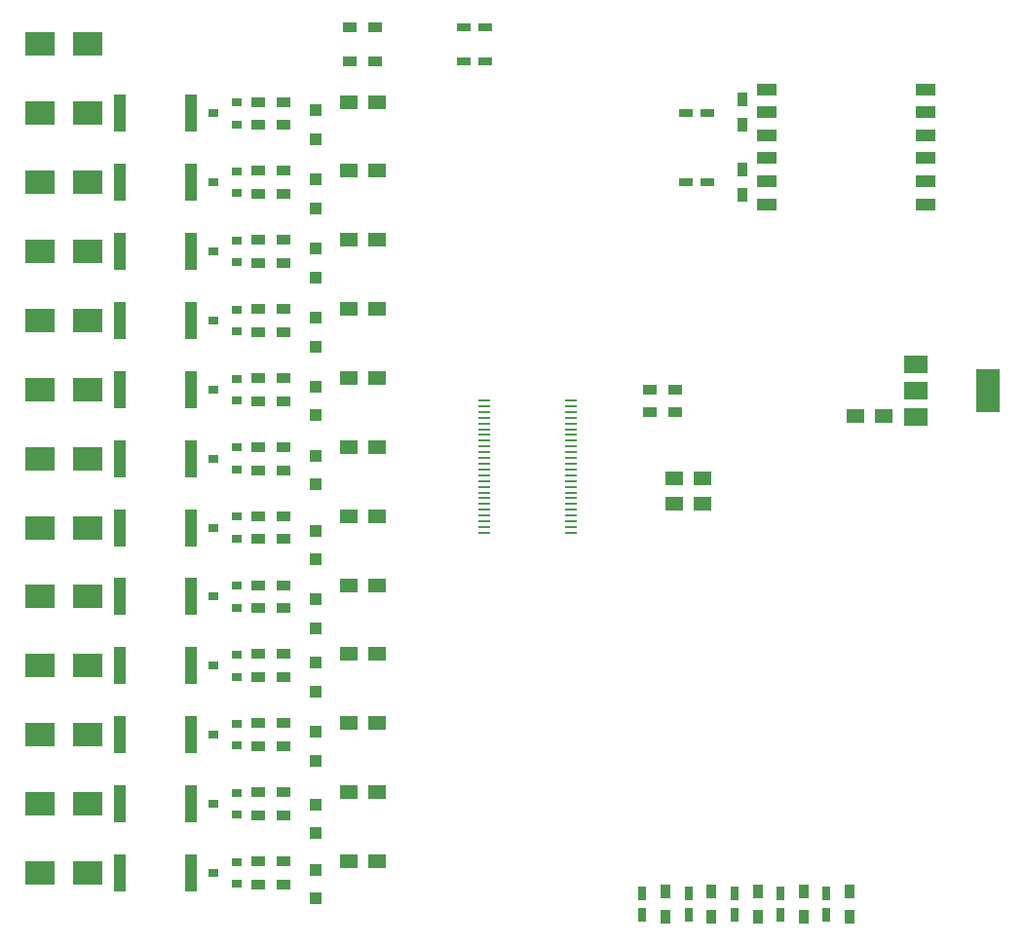
<source format=gbr>
G04 #@! TF.GenerationSoftware,KiCad,Pcbnew,5.1.0-rc2-unknown-38be0fc~81~ubuntu18.10.1*
G04 #@! TF.CreationDate,2019-03-05T14:21:32-05:00*
G04 #@! TF.ProjectId,LTC6811,4c544336-3831-4312-9e6b-696361645f70,rev?*
G04 #@! TF.SameCoordinates,Original*
G04 #@! TF.FileFunction,Paste,Top*
G04 #@! TF.FilePolarity,Positive*
%FSLAX46Y46*%
G04 Gerber Fmt 4.6, Leading zero omitted, Abs format (unit mm)*
G04 Created by KiCad (PCBNEW 5.1.0-rc2-unknown-38be0fc~81~ubuntu18.10.1) date 2019-03-05 14:21:32*
%MOMM*%
%LPD*%
G04 APERTURE LIST*
%ADD10R,1.500000X1.250000*%
%ADD11R,1.200000X0.750000*%
%ADD12R,0.750000X1.200000*%
%ADD13R,2.650000X2.030000*%
%ADD14R,2.000000X1.500000*%
%ADD15R,2.000000X3.800000*%
%ADD16R,0.900000X0.800000*%
%ADD17R,1.200000X0.900000*%
%ADD18R,0.900000X1.200000*%
%ADD19R,1.750000X1.000000*%
%ADD20R,1.753000X1.000000*%
%ADD21R,1.000000X0.285000*%
%ADD22R,1.000000X3.200000*%
%ADD23R,1.000000X1.000000*%
G04 APERTURE END LIST*
D10*
X69550000Y-55950000D03*
X67050000Y-55950000D03*
X67050000Y-53700000D03*
X69550000Y-53700000D03*
D11*
X50650000Y-17500000D03*
X48750000Y-17500000D03*
X48750000Y-14500000D03*
X50650000Y-14500000D03*
D10*
X85300000Y-48300000D03*
X82800000Y-48300000D03*
D11*
X69950000Y-22000000D03*
X68050000Y-22000000D03*
X68050000Y-28000000D03*
X69950000Y-28000000D03*
D12*
X64300000Y-89750000D03*
X64300000Y-91650000D03*
X68300000Y-91650000D03*
X68300000Y-89750000D03*
X72300000Y-89750000D03*
X72300000Y-91650000D03*
X76300000Y-91650000D03*
X76300000Y-89750000D03*
X80300000Y-89750000D03*
X80300000Y-91650000D03*
D13*
X11910000Y-16000000D03*
X16090000Y-16000000D03*
X16090000Y-22000000D03*
X11910000Y-22000000D03*
X11910000Y-28000000D03*
X16090000Y-28000000D03*
X16090000Y-34000000D03*
X11910000Y-34000000D03*
X11910000Y-40000000D03*
X16090000Y-40000000D03*
X16090000Y-46000000D03*
X11910000Y-46000000D03*
X11910000Y-52000000D03*
X16090000Y-52000000D03*
X16090000Y-58000000D03*
X11910000Y-58000000D03*
X11910000Y-64000000D03*
X16090000Y-64000000D03*
X16090000Y-70000000D03*
X11910000Y-70000000D03*
X11910000Y-76000000D03*
X16090000Y-76000000D03*
X16090000Y-82000000D03*
X11910000Y-82000000D03*
D14*
X88050000Y-43800000D03*
X88050000Y-48400000D03*
X88050000Y-46100000D03*
D15*
X94350000Y-46100000D03*
D16*
X29000000Y-22950000D03*
X29000000Y-21050000D03*
X27000000Y-22000000D03*
X27000000Y-28000000D03*
X29000000Y-27050000D03*
X29000000Y-28950000D03*
X27000000Y-34000000D03*
X29000000Y-33050000D03*
X29000000Y-34950000D03*
X29000000Y-40950000D03*
X29000000Y-39050000D03*
X27000000Y-40000000D03*
X27000000Y-46000000D03*
X29000000Y-45050000D03*
X29000000Y-46950000D03*
X27000000Y-52000000D03*
X29000000Y-51050000D03*
X29000000Y-52950000D03*
X29000000Y-58950000D03*
X29000000Y-57050000D03*
X27000000Y-58000000D03*
X27000000Y-64000000D03*
X29000000Y-63050000D03*
X29000000Y-64950000D03*
X29000000Y-70950000D03*
X29000000Y-69050000D03*
X27000000Y-70000000D03*
X29000000Y-76950000D03*
X29000000Y-75050000D03*
X27000000Y-76000000D03*
X27000000Y-82000000D03*
X29000000Y-81050000D03*
X29000000Y-82950000D03*
X29000000Y-88950000D03*
X29000000Y-87050000D03*
X27000000Y-88000000D03*
D17*
X38900000Y-14500000D03*
X41100000Y-14500000D03*
X41100000Y-17500000D03*
X38900000Y-17500000D03*
X67100000Y-48000000D03*
X64900000Y-48000000D03*
X64900000Y-46000000D03*
X67100000Y-46000000D03*
D18*
X73000000Y-20800000D03*
X73000000Y-23000000D03*
X73000000Y-29100000D03*
X73000000Y-26900000D03*
X66300000Y-89600000D03*
X66300000Y-91800000D03*
X70300000Y-91800000D03*
X70300000Y-89600000D03*
X74300000Y-89600000D03*
X74300000Y-91800000D03*
X78300000Y-89600000D03*
X78300000Y-91800000D03*
X82300000Y-91800000D03*
X82300000Y-89600000D03*
D17*
X33100000Y-21000000D03*
X30900000Y-21000000D03*
X33100000Y-23000000D03*
X30900000Y-23000000D03*
X33100000Y-27000000D03*
X30900000Y-27000000D03*
X30900000Y-29000000D03*
X33100000Y-29000000D03*
X33100000Y-33000000D03*
X30900000Y-33000000D03*
X30900000Y-35000000D03*
X33100000Y-35000000D03*
X33100000Y-39000000D03*
X30900000Y-39000000D03*
X30900000Y-41000000D03*
X33100000Y-41000000D03*
X33100000Y-45000000D03*
X30900000Y-45000000D03*
X30900000Y-47000000D03*
X33100000Y-47000000D03*
X30900000Y-51000000D03*
X33100000Y-51000000D03*
X33100000Y-53000000D03*
X30900000Y-53000000D03*
X33100000Y-57000000D03*
X30900000Y-57000000D03*
X30900000Y-59000000D03*
X33100000Y-59000000D03*
X30900000Y-63000000D03*
X33100000Y-63000000D03*
X33100000Y-65000000D03*
X30900000Y-65000000D03*
X30900000Y-69000000D03*
X33100000Y-69000000D03*
X30900000Y-71000000D03*
X33100000Y-71000000D03*
X30900000Y-75000000D03*
X33100000Y-75000000D03*
X30900000Y-77000000D03*
X33100000Y-77000000D03*
X33100000Y-81000000D03*
X30900000Y-81000000D03*
X30900000Y-83000000D03*
X33100000Y-83000000D03*
X33100000Y-87000000D03*
X30900000Y-87000000D03*
X30900000Y-89000000D03*
X33100000Y-89000000D03*
D19*
X75125000Y-29900000D03*
X75125000Y-27900000D03*
X75125000Y-25900000D03*
X75125000Y-23900000D03*
X75125000Y-21900000D03*
D20*
X75125000Y-19900000D03*
D19*
X88875000Y-19900000D03*
X88875000Y-21900000D03*
X88875000Y-23900000D03*
X88875000Y-29900000D03*
X88875000Y-27900000D03*
X88875000Y-25900000D03*
D21*
X58050000Y-46950000D03*
X58050000Y-47450000D03*
X58050000Y-47950000D03*
X58050000Y-48450000D03*
X58050000Y-48950000D03*
X58050000Y-49450000D03*
X58050000Y-49950000D03*
X58050000Y-50450000D03*
X58050000Y-50950000D03*
X58050000Y-51450000D03*
X58050000Y-51950000D03*
X58050000Y-52450000D03*
X58050000Y-52950000D03*
X58050000Y-53450000D03*
X58050000Y-53950000D03*
X58050000Y-54450000D03*
X58050000Y-54950000D03*
X58050000Y-55450000D03*
X58050000Y-55950000D03*
X58050000Y-56450000D03*
X58050000Y-56950000D03*
X58050000Y-57450000D03*
X58050000Y-57950000D03*
X58050000Y-58450000D03*
X50550000Y-58450000D03*
X50550000Y-57950000D03*
X50550000Y-57450000D03*
X50550000Y-56950000D03*
X50550000Y-56450000D03*
X50550000Y-55950000D03*
X50550000Y-55450000D03*
X50550000Y-54950000D03*
X50550000Y-54450000D03*
X50550000Y-53950000D03*
X50550000Y-53450000D03*
X50550000Y-52950000D03*
X50550000Y-52450000D03*
X50550000Y-51950000D03*
X50550000Y-51450000D03*
X50550000Y-50950000D03*
X50550000Y-50450000D03*
X50550000Y-49950000D03*
X50550000Y-49450000D03*
X50550000Y-48950000D03*
X50550000Y-48450000D03*
X50550000Y-47950000D03*
X50550000Y-47450000D03*
X50550000Y-46950000D03*
D22*
X25100000Y-22000000D03*
X18900000Y-22000000D03*
X18900000Y-28000000D03*
X25100000Y-28000000D03*
X25100000Y-34000000D03*
X18900000Y-34000000D03*
X25100000Y-40000000D03*
X18900000Y-40000000D03*
X18900000Y-46000000D03*
X25100000Y-46000000D03*
X18900000Y-52000000D03*
X25100000Y-52000000D03*
X18900000Y-58000000D03*
X25100000Y-58000000D03*
X18900000Y-64000000D03*
X25100000Y-64000000D03*
X25100000Y-76000000D03*
X18900000Y-76000000D03*
X25100000Y-82000000D03*
X18900000Y-82000000D03*
X18900000Y-88000000D03*
X25100000Y-88000000D03*
X25100000Y-70000000D03*
X18900000Y-70000000D03*
D10*
X38750000Y-21000000D03*
X41250000Y-21000000D03*
X38750000Y-27000000D03*
X41250000Y-27000000D03*
X41250000Y-33000000D03*
X38750000Y-33000000D03*
X38750000Y-39000000D03*
X41250000Y-39000000D03*
X41250000Y-45000000D03*
X38750000Y-45000000D03*
X38750000Y-51000000D03*
X41250000Y-51000000D03*
X41250000Y-57000000D03*
X38750000Y-57000000D03*
X41250000Y-63000000D03*
X38750000Y-63000000D03*
X41250000Y-69000000D03*
X38750000Y-69000000D03*
X38750000Y-75000000D03*
X41250000Y-75000000D03*
X41250000Y-81000000D03*
X38750000Y-81000000D03*
X38750000Y-87000000D03*
X41250000Y-87000000D03*
D23*
X35900000Y-24250000D03*
X35900000Y-21750000D03*
X35900000Y-30250000D03*
X35900000Y-27750000D03*
X35900000Y-33750000D03*
X35900000Y-36250000D03*
X35900000Y-39750000D03*
X35900000Y-42250000D03*
X35900000Y-45750000D03*
X35900000Y-48250000D03*
X35900000Y-54250000D03*
X35900000Y-51750000D03*
X35900000Y-60750000D03*
X35900000Y-58250000D03*
X35900000Y-64250000D03*
X35900000Y-66750000D03*
X35900000Y-69750000D03*
X35900000Y-72250000D03*
X35900000Y-75750000D03*
X35900000Y-78250000D03*
X35900000Y-84550000D03*
X35900000Y-82050000D03*
X35900000Y-90250000D03*
X35900000Y-87750000D03*
D13*
X16090000Y-88000000D03*
X11910000Y-88000000D03*
M02*

</source>
